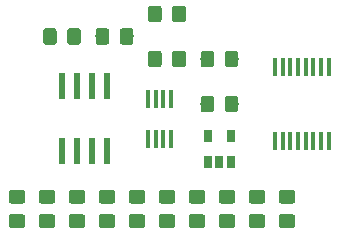
<source format=gtp>
G04 #@! TF.GenerationSoftware,KiCad,Pcbnew,(5.1.4)-1*
G04 #@! TF.CreationDate,2020-05-30T22:46:28-05:00*
G04 #@! TF.ProjectId,TrackballMod,54726163-6b62-4616-9c6c-4d6f642e6b69,rev?*
G04 #@! TF.SameCoordinates,Original*
G04 #@! TF.FileFunction,Paste,Top*
G04 #@! TF.FilePolarity,Positive*
%FSLAX46Y46*%
G04 Gerber Fmt 4.6, Leading zero omitted, Abs format (unit mm)*
G04 Created by KiCad (PCBNEW (5.1.4)-1) date 2020-05-30 22:46:28*
%MOMM*%
%LPD*%
G04 APERTURE LIST*
%ADD10C,0.100000*%
%ADD11C,1.150000*%
%ADD12R,0.350000X1.600000*%
%ADD13R,0.350000X1.550000*%
%ADD14R,0.650000X1.060000*%
%ADD15R,0.600000X2.200000*%
G04 APERTURE END LIST*
D10*
G36*
X102974505Y-56451204D02*
G01*
X102998773Y-56454804D01*
X103022572Y-56460765D01*
X103045671Y-56469030D01*
X103067850Y-56479520D01*
X103088893Y-56492132D01*
X103108599Y-56506747D01*
X103126777Y-56523223D01*
X103143253Y-56541401D01*
X103157868Y-56561107D01*
X103170480Y-56582150D01*
X103180970Y-56604329D01*
X103189235Y-56627428D01*
X103195196Y-56651227D01*
X103198796Y-56675495D01*
X103200000Y-56699999D01*
X103200000Y-57600001D01*
X103198796Y-57624505D01*
X103195196Y-57648773D01*
X103189235Y-57672572D01*
X103180970Y-57695671D01*
X103170480Y-57717850D01*
X103157868Y-57738893D01*
X103143253Y-57758599D01*
X103126777Y-57776777D01*
X103108599Y-57793253D01*
X103088893Y-57807868D01*
X103067850Y-57820480D01*
X103045671Y-57830970D01*
X103022572Y-57839235D01*
X102998773Y-57845196D01*
X102974505Y-57848796D01*
X102950001Y-57850000D01*
X102299999Y-57850000D01*
X102275495Y-57848796D01*
X102251227Y-57845196D01*
X102227428Y-57839235D01*
X102204329Y-57830970D01*
X102182150Y-57820480D01*
X102161107Y-57807868D01*
X102141401Y-57793253D01*
X102123223Y-57776777D01*
X102106747Y-57758599D01*
X102092132Y-57738893D01*
X102079520Y-57717850D01*
X102069030Y-57695671D01*
X102060765Y-57672572D01*
X102054804Y-57648773D01*
X102051204Y-57624505D01*
X102050000Y-57600001D01*
X102050000Y-56699999D01*
X102051204Y-56675495D01*
X102054804Y-56651227D01*
X102060765Y-56627428D01*
X102069030Y-56604329D01*
X102079520Y-56582150D01*
X102092132Y-56561107D01*
X102106747Y-56541401D01*
X102123223Y-56523223D01*
X102141401Y-56506747D01*
X102161107Y-56492132D01*
X102182150Y-56479520D01*
X102204329Y-56469030D01*
X102227428Y-56460765D01*
X102251227Y-56454804D01*
X102275495Y-56451204D01*
X102299999Y-56450000D01*
X102950001Y-56450000D01*
X102974505Y-56451204D01*
X102974505Y-56451204D01*
G37*
D11*
X102625000Y-57150000D03*
D10*
G36*
X100924505Y-56451204D02*
G01*
X100948773Y-56454804D01*
X100972572Y-56460765D01*
X100995671Y-56469030D01*
X101017850Y-56479520D01*
X101038893Y-56492132D01*
X101058599Y-56506747D01*
X101076777Y-56523223D01*
X101093253Y-56541401D01*
X101107868Y-56561107D01*
X101120480Y-56582150D01*
X101130970Y-56604329D01*
X101139235Y-56627428D01*
X101145196Y-56651227D01*
X101148796Y-56675495D01*
X101150000Y-56699999D01*
X101150000Y-57600001D01*
X101148796Y-57624505D01*
X101145196Y-57648773D01*
X101139235Y-57672572D01*
X101130970Y-57695671D01*
X101120480Y-57717850D01*
X101107868Y-57738893D01*
X101093253Y-57758599D01*
X101076777Y-57776777D01*
X101058599Y-57793253D01*
X101038893Y-57807868D01*
X101017850Y-57820480D01*
X100995671Y-57830970D01*
X100972572Y-57839235D01*
X100948773Y-57845196D01*
X100924505Y-57848796D01*
X100900001Y-57850000D01*
X100249999Y-57850000D01*
X100225495Y-57848796D01*
X100201227Y-57845196D01*
X100177428Y-57839235D01*
X100154329Y-57830970D01*
X100132150Y-57820480D01*
X100111107Y-57807868D01*
X100091401Y-57793253D01*
X100073223Y-57776777D01*
X100056747Y-57758599D01*
X100042132Y-57738893D01*
X100029520Y-57717850D01*
X100019030Y-57695671D01*
X100010765Y-57672572D01*
X100004804Y-57648773D01*
X100001204Y-57624505D01*
X100000000Y-57600001D01*
X100000000Y-56699999D01*
X100001204Y-56675495D01*
X100004804Y-56651227D01*
X100010765Y-56627428D01*
X100019030Y-56604329D01*
X100029520Y-56582150D01*
X100042132Y-56561107D01*
X100056747Y-56541401D01*
X100073223Y-56523223D01*
X100091401Y-56506747D01*
X100111107Y-56492132D01*
X100132150Y-56479520D01*
X100154329Y-56469030D01*
X100177428Y-56460765D01*
X100201227Y-56454804D01*
X100225495Y-56451204D01*
X100249999Y-56450000D01*
X100900001Y-56450000D01*
X100924505Y-56451204D01*
X100924505Y-56451204D01*
G37*
D11*
X100575000Y-57150000D03*
D10*
G36*
X100924505Y-52641204D02*
G01*
X100948773Y-52644804D01*
X100972572Y-52650765D01*
X100995671Y-52659030D01*
X101017850Y-52669520D01*
X101038893Y-52682132D01*
X101058599Y-52696747D01*
X101076777Y-52713223D01*
X101093253Y-52731401D01*
X101107868Y-52751107D01*
X101120480Y-52772150D01*
X101130970Y-52794329D01*
X101139235Y-52817428D01*
X101145196Y-52841227D01*
X101148796Y-52865495D01*
X101150000Y-52889999D01*
X101150000Y-53790001D01*
X101148796Y-53814505D01*
X101145196Y-53838773D01*
X101139235Y-53862572D01*
X101130970Y-53885671D01*
X101120480Y-53907850D01*
X101107868Y-53928893D01*
X101093253Y-53948599D01*
X101076777Y-53966777D01*
X101058599Y-53983253D01*
X101038893Y-53997868D01*
X101017850Y-54010480D01*
X100995671Y-54020970D01*
X100972572Y-54029235D01*
X100948773Y-54035196D01*
X100924505Y-54038796D01*
X100900001Y-54040000D01*
X100249999Y-54040000D01*
X100225495Y-54038796D01*
X100201227Y-54035196D01*
X100177428Y-54029235D01*
X100154329Y-54020970D01*
X100132150Y-54010480D01*
X100111107Y-53997868D01*
X100091401Y-53983253D01*
X100073223Y-53966777D01*
X100056747Y-53948599D01*
X100042132Y-53928893D01*
X100029520Y-53907850D01*
X100019030Y-53885671D01*
X100010765Y-53862572D01*
X100004804Y-53838773D01*
X100001204Y-53814505D01*
X100000000Y-53790001D01*
X100000000Y-52889999D01*
X100001204Y-52865495D01*
X100004804Y-52841227D01*
X100010765Y-52817428D01*
X100019030Y-52794329D01*
X100029520Y-52772150D01*
X100042132Y-52751107D01*
X100056747Y-52731401D01*
X100073223Y-52713223D01*
X100091401Y-52696747D01*
X100111107Y-52682132D01*
X100132150Y-52669520D01*
X100154329Y-52659030D01*
X100177428Y-52650765D01*
X100201227Y-52644804D01*
X100225495Y-52641204D01*
X100249999Y-52640000D01*
X100900001Y-52640000D01*
X100924505Y-52641204D01*
X100924505Y-52641204D01*
G37*
D11*
X100575000Y-53340000D03*
D10*
G36*
X102974505Y-52641204D02*
G01*
X102998773Y-52644804D01*
X103022572Y-52650765D01*
X103045671Y-52659030D01*
X103067850Y-52669520D01*
X103088893Y-52682132D01*
X103108599Y-52696747D01*
X103126777Y-52713223D01*
X103143253Y-52731401D01*
X103157868Y-52751107D01*
X103170480Y-52772150D01*
X103180970Y-52794329D01*
X103189235Y-52817428D01*
X103195196Y-52841227D01*
X103198796Y-52865495D01*
X103200000Y-52889999D01*
X103200000Y-53790001D01*
X103198796Y-53814505D01*
X103195196Y-53838773D01*
X103189235Y-53862572D01*
X103180970Y-53885671D01*
X103170480Y-53907850D01*
X103157868Y-53928893D01*
X103143253Y-53948599D01*
X103126777Y-53966777D01*
X103108599Y-53983253D01*
X103088893Y-53997868D01*
X103067850Y-54010480D01*
X103045671Y-54020970D01*
X103022572Y-54029235D01*
X102998773Y-54035196D01*
X102974505Y-54038796D01*
X102950001Y-54040000D01*
X102299999Y-54040000D01*
X102275495Y-54038796D01*
X102251227Y-54035196D01*
X102227428Y-54029235D01*
X102204329Y-54020970D01*
X102182150Y-54010480D01*
X102161107Y-53997868D01*
X102141401Y-53983253D01*
X102123223Y-53966777D01*
X102106747Y-53948599D01*
X102092132Y-53928893D01*
X102079520Y-53907850D01*
X102069030Y-53885671D01*
X102060765Y-53862572D01*
X102054804Y-53838773D01*
X102051204Y-53814505D01*
X102050000Y-53790001D01*
X102050000Y-52889999D01*
X102051204Y-52865495D01*
X102054804Y-52841227D01*
X102060765Y-52817428D01*
X102069030Y-52794329D01*
X102079520Y-52772150D01*
X102092132Y-52751107D01*
X102106747Y-52731401D01*
X102123223Y-52713223D01*
X102141401Y-52696747D01*
X102161107Y-52682132D01*
X102182150Y-52669520D01*
X102204329Y-52659030D01*
X102227428Y-52650765D01*
X102251227Y-52644804D01*
X102275495Y-52641204D01*
X102299999Y-52640000D01*
X102950001Y-52640000D01*
X102974505Y-52641204D01*
X102974505Y-52641204D01*
G37*
D11*
X102625000Y-53340000D03*
D10*
G36*
X112234505Y-70301204D02*
G01*
X112258773Y-70304804D01*
X112282572Y-70310765D01*
X112305671Y-70319030D01*
X112327850Y-70329520D01*
X112348893Y-70342132D01*
X112368599Y-70356747D01*
X112386777Y-70373223D01*
X112403253Y-70391401D01*
X112417868Y-70411107D01*
X112430480Y-70432150D01*
X112440970Y-70454329D01*
X112449235Y-70477428D01*
X112455196Y-70501227D01*
X112458796Y-70525495D01*
X112460000Y-70549999D01*
X112460000Y-71200001D01*
X112458796Y-71224505D01*
X112455196Y-71248773D01*
X112449235Y-71272572D01*
X112440970Y-71295671D01*
X112430480Y-71317850D01*
X112417868Y-71338893D01*
X112403253Y-71358599D01*
X112386777Y-71376777D01*
X112368599Y-71393253D01*
X112348893Y-71407868D01*
X112327850Y-71420480D01*
X112305671Y-71430970D01*
X112282572Y-71439235D01*
X112258773Y-71445196D01*
X112234505Y-71448796D01*
X112210001Y-71450000D01*
X111309999Y-71450000D01*
X111285495Y-71448796D01*
X111261227Y-71445196D01*
X111237428Y-71439235D01*
X111214329Y-71430970D01*
X111192150Y-71420480D01*
X111171107Y-71407868D01*
X111151401Y-71393253D01*
X111133223Y-71376777D01*
X111116747Y-71358599D01*
X111102132Y-71338893D01*
X111089520Y-71317850D01*
X111079030Y-71295671D01*
X111070765Y-71272572D01*
X111064804Y-71248773D01*
X111061204Y-71224505D01*
X111060000Y-71200001D01*
X111060000Y-70549999D01*
X111061204Y-70525495D01*
X111064804Y-70501227D01*
X111070765Y-70477428D01*
X111079030Y-70454329D01*
X111089520Y-70432150D01*
X111102132Y-70411107D01*
X111116747Y-70391401D01*
X111133223Y-70373223D01*
X111151401Y-70356747D01*
X111171107Y-70342132D01*
X111192150Y-70329520D01*
X111214329Y-70319030D01*
X111237428Y-70310765D01*
X111261227Y-70304804D01*
X111285495Y-70301204D01*
X111309999Y-70300000D01*
X112210001Y-70300000D01*
X112234505Y-70301204D01*
X112234505Y-70301204D01*
G37*
D11*
X111760000Y-70875000D03*
D10*
G36*
X112234505Y-68251204D02*
G01*
X112258773Y-68254804D01*
X112282572Y-68260765D01*
X112305671Y-68269030D01*
X112327850Y-68279520D01*
X112348893Y-68292132D01*
X112368599Y-68306747D01*
X112386777Y-68323223D01*
X112403253Y-68341401D01*
X112417868Y-68361107D01*
X112430480Y-68382150D01*
X112440970Y-68404329D01*
X112449235Y-68427428D01*
X112455196Y-68451227D01*
X112458796Y-68475495D01*
X112460000Y-68499999D01*
X112460000Y-69150001D01*
X112458796Y-69174505D01*
X112455196Y-69198773D01*
X112449235Y-69222572D01*
X112440970Y-69245671D01*
X112430480Y-69267850D01*
X112417868Y-69288893D01*
X112403253Y-69308599D01*
X112386777Y-69326777D01*
X112368599Y-69343253D01*
X112348893Y-69357868D01*
X112327850Y-69370480D01*
X112305671Y-69380970D01*
X112282572Y-69389235D01*
X112258773Y-69395196D01*
X112234505Y-69398796D01*
X112210001Y-69400000D01*
X111309999Y-69400000D01*
X111285495Y-69398796D01*
X111261227Y-69395196D01*
X111237428Y-69389235D01*
X111214329Y-69380970D01*
X111192150Y-69370480D01*
X111171107Y-69357868D01*
X111151401Y-69343253D01*
X111133223Y-69326777D01*
X111116747Y-69308599D01*
X111102132Y-69288893D01*
X111089520Y-69267850D01*
X111079030Y-69245671D01*
X111070765Y-69222572D01*
X111064804Y-69198773D01*
X111061204Y-69174505D01*
X111060000Y-69150001D01*
X111060000Y-68499999D01*
X111061204Y-68475495D01*
X111064804Y-68451227D01*
X111070765Y-68427428D01*
X111079030Y-68404329D01*
X111089520Y-68382150D01*
X111102132Y-68361107D01*
X111116747Y-68341401D01*
X111133223Y-68323223D01*
X111151401Y-68306747D01*
X111171107Y-68292132D01*
X111192150Y-68279520D01*
X111214329Y-68269030D01*
X111237428Y-68260765D01*
X111261227Y-68254804D01*
X111285495Y-68251204D01*
X111309999Y-68250000D01*
X112210001Y-68250000D01*
X112234505Y-68251204D01*
X112234505Y-68251204D01*
G37*
D11*
X111760000Y-68825000D03*
D10*
G36*
X107154505Y-68251204D02*
G01*
X107178773Y-68254804D01*
X107202572Y-68260765D01*
X107225671Y-68269030D01*
X107247850Y-68279520D01*
X107268893Y-68292132D01*
X107288599Y-68306747D01*
X107306777Y-68323223D01*
X107323253Y-68341401D01*
X107337868Y-68361107D01*
X107350480Y-68382150D01*
X107360970Y-68404329D01*
X107369235Y-68427428D01*
X107375196Y-68451227D01*
X107378796Y-68475495D01*
X107380000Y-68499999D01*
X107380000Y-69150001D01*
X107378796Y-69174505D01*
X107375196Y-69198773D01*
X107369235Y-69222572D01*
X107360970Y-69245671D01*
X107350480Y-69267850D01*
X107337868Y-69288893D01*
X107323253Y-69308599D01*
X107306777Y-69326777D01*
X107288599Y-69343253D01*
X107268893Y-69357868D01*
X107247850Y-69370480D01*
X107225671Y-69380970D01*
X107202572Y-69389235D01*
X107178773Y-69395196D01*
X107154505Y-69398796D01*
X107130001Y-69400000D01*
X106229999Y-69400000D01*
X106205495Y-69398796D01*
X106181227Y-69395196D01*
X106157428Y-69389235D01*
X106134329Y-69380970D01*
X106112150Y-69370480D01*
X106091107Y-69357868D01*
X106071401Y-69343253D01*
X106053223Y-69326777D01*
X106036747Y-69308599D01*
X106022132Y-69288893D01*
X106009520Y-69267850D01*
X105999030Y-69245671D01*
X105990765Y-69222572D01*
X105984804Y-69198773D01*
X105981204Y-69174505D01*
X105980000Y-69150001D01*
X105980000Y-68499999D01*
X105981204Y-68475495D01*
X105984804Y-68451227D01*
X105990765Y-68427428D01*
X105999030Y-68404329D01*
X106009520Y-68382150D01*
X106022132Y-68361107D01*
X106036747Y-68341401D01*
X106053223Y-68323223D01*
X106071401Y-68306747D01*
X106091107Y-68292132D01*
X106112150Y-68279520D01*
X106134329Y-68269030D01*
X106157428Y-68260765D01*
X106181227Y-68254804D01*
X106205495Y-68251204D01*
X106229999Y-68250000D01*
X107130001Y-68250000D01*
X107154505Y-68251204D01*
X107154505Y-68251204D01*
G37*
D11*
X106680000Y-68825000D03*
D10*
G36*
X107154505Y-70301204D02*
G01*
X107178773Y-70304804D01*
X107202572Y-70310765D01*
X107225671Y-70319030D01*
X107247850Y-70329520D01*
X107268893Y-70342132D01*
X107288599Y-70356747D01*
X107306777Y-70373223D01*
X107323253Y-70391401D01*
X107337868Y-70411107D01*
X107350480Y-70432150D01*
X107360970Y-70454329D01*
X107369235Y-70477428D01*
X107375196Y-70501227D01*
X107378796Y-70525495D01*
X107380000Y-70549999D01*
X107380000Y-71200001D01*
X107378796Y-71224505D01*
X107375196Y-71248773D01*
X107369235Y-71272572D01*
X107360970Y-71295671D01*
X107350480Y-71317850D01*
X107337868Y-71338893D01*
X107323253Y-71358599D01*
X107306777Y-71376777D01*
X107288599Y-71393253D01*
X107268893Y-71407868D01*
X107247850Y-71420480D01*
X107225671Y-71430970D01*
X107202572Y-71439235D01*
X107178773Y-71445196D01*
X107154505Y-71448796D01*
X107130001Y-71450000D01*
X106229999Y-71450000D01*
X106205495Y-71448796D01*
X106181227Y-71445196D01*
X106157428Y-71439235D01*
X106134329Y-71430970D01*
X106112150Y-71420480D01*
X106091107Y-71407868D01*
X106071401Y-71393253D01*
X106053223Y-71376777D01*
X106036747Y-71358599D01*
X106022132Y-71338893D01*
X106009520Y-71317850D01*
X105999030Y-71295671D01*
X105990765Y-71272572D01*
X105984804Y-71248773D01*
X105981204Y-71224505D01*
X105980000Y-71200001D01*
X105980000Y-70549999D01*
X105981204Y-70525495D01*
X105984804Y-70501227D01*
X105990765Y-70477428D01*
X105999030Y-70454329D01*
X106009520Y-70432150D01*
X106022132Y-70411107D01*
X106036747Y-70391401D01*
X106053223Y-70373223D01*
X106071401Y-70356747D01*
X106091107Y-70342132D01*
X106112150Y-70329520D01*
X106134329Y-70319030D01*
X106157428Y-70310765D01*
X106181227Y-70304804D01*
X106205495Y-70301204D01*
X106229999Y-70300000D01*
X107130001Y-70300000D01*
X107154505Y-70301204D01*
X107154505Y-70301204D01*
G37*
D11*
X106680000Y-70875000D03*
D12*
X115305000Y-64060000D03*
X115305000Y-57860000D03*
X114655000Y-64060000D03*
X114655000Y-57860000D03*
X114005000Y-64060000D03*
X114005000Y-57860000D03*
X113355000Y-64060000D03*
X113355000Y-57860000D03*
X112705000Y-64060000D03*
X112705000Y-57860000D03*
X112055000Y-64060000D03*
X112055000Y-57860000D03*
X111405000Y-64060000D03*
X111405000Y-57860000D03*
X110755000Y-64060000D03*
X110755000Y-57860000D03*
D13*
X99990000Y-60530000D03*
X99990000Y-63930000D03*
X100640000Y-60530000D03*
X100640000Y-63930000D03*
X101290000Y-60530000D03*
X101290000Y-63930000D03*
X101940000Y-60530000D03*
X101940000Y-63930000D03*
D14*
X105095000Y-63670000D03*
X106995000Y-63670000D03*
X106995000Y-65870000D03*
X106045000Y-65870000D03*
X105095000Y-65870000D03*
D15*
X92710000Y-59480000D03*
X92710000Y-64980000D03*
X93980000Y-59480000D03*
X93980000Y-64980000D03*
X95250000Y-59480000D03*
X95250000Y-64980000D03*
X96520000Y-59480000D03*
X96520000Y-64980000D03*
D10*
G36*
X96994505Y-68251204D02*
G01*
X97018773Y-68254804D01*
X97042572Y-68260765D01*
X97065671Y-68269030D01*
X97087850Y-68279520D01*
X97108893Y-68292132D01*
X97128599Y-68306747D01*
X97146777Y-68323223D01*
X97163253Y-68341401D01*
X97177868Y-68361107D01*
X97190480Y-68382150D01*
X97200970Y-68404329D01*
X97209235Y-68427428D01*
X97215196Y-68451227D01*
X97218796Y-68475495D01*
X97220000Y-68499999D01*
X97220000Y-69150001D01*
X97218796Y-69174505D01*
X97215196Y-69198773D01*
X97209235Y-69222572D01*
X97200970Y-69245671D01*
X97190480Y-69267850D01*
X97177868Y-69288893D01*
X97163253Y-69308599D01*
X97146777Y-69326777D01*
X97128599Y-69343253D01*
X97108893Y-69357868D01*
X97087850Y-69370480D01*
X97065671Y-69380970D01*
X97042572Y-69389235D01*
X97018773Y-69395196D01*
X96994505Y-69398796D01*
X96970001Y-69400000D01*
X96069999Y-69400000D01*
X96045495Y-69398796D01*
X96021227Y-69395196D01*
X95997428Y-69389235D01*
X95974329Y-69380970D01*
X95952150Y-69370480D01*
X95931107Y-69357868D01*
X95911401Y-69343253D01*
X95893223Y-69326777D01*
X95876747Y-69308599D01*
X95862132Y-69288893D01*
X95849520Y-69267850D01*
X95839030Y-69245671D01*
X95830765Y-69222572D01*
X95824804Y-69198773D01*
X95821204Y-69174505D01*
X95820000Y-69150001D01*
X95820000Y-68499999D01*
X95821204Y-68475495D01*
X95824804Y-68451227D01*
X95830765Y-68427428D01*
X95839030Y-68404329D01*
X95849520Y-68382150D01*
X95862132Y-68361107D01*
X95876747Y-68341401D01*
X95893223Y-68323223D01*
X95911401Y-68306747D01*
X95931107Y-68292132D01*
X95952150Y-68279520D01*
X95974329Y-68269030D01*
X95997428Y-68260765D01*
X96021227Y-68254804D01*
X96045495Y-68251204D01*
X96069999Y-68250000D01*
X96970001Y-68250000D01*
X96994505Y-68251204D01*
X96994505Y-68251204D01*
G37*
D11*
X96520000Y-68825000D03*
D10*
G36*
X96994505Y-70301204D02*
G01*
X97018773Y-70304804D01*
X97042572Y-70310765D01*
X97065671Y-70319030D01*
X97087850Y-70329520D01*
X97108893Y-70342132D01*
X97128599Y-70356747D01*
X97146777Y-70373223D01*
X97163253Y-70391401D01*
X97177868Y-70411107D01*
X97190480Y-70432150D01*
X97200970Y-70454329D01*
X97209235Y-70477428D01*
X97215196Y-70501227D01*
X97218796Y-70525495D01*
X97220000Y-70549999D01*
X97220000Y-71200001D01*
X97218796Y-71224505D01*
X97215196Y-71248773D01*
X97209235Y-71272572D01*
X97200970Y-71295671D01*
X97190480Y-71317850D01*
X97177868Y-71338893D01*
X97163253Y-71358599D01*
X97146777Y-71376777D01*
X97128599Y-71393253D01*
X97108893Y-71407868D01*
X97087850Y-71420480D01*
X97065671Y-71430970D01*
X97042572Y-71439235D01*
X97018773Y-71445196D01*
X96994505Y-71448796D01*
X96970001Y-71450000D01*
X96069999Y-71450000D01*
X96045495Y-71448796D01*
X96021227Y-71445196D01*
X95997428Y-71439235D01*
X95974329Y-71430970D01*
X95952150Y-71420480D01*
X95931107Y-71407868D01*
X95911401Y-71393253D01*
X95893223Y-71376777D01*
X95876747Y-71358599D01*
X95862132Y-71338893D01*
X95849520Y-71317850D01*
X95839030Y-71295671D01*
X95830765Y-71272572D01*
X95824804Y-71248773D01*
X95821204Y-71224505D01*
X95820000Y-71200001D01*
X95820000Y-70549999D01*
X95821204Y-70525495D01*
X95824804Y-70501227D01*
X95830765Y-70477428D01*
X95839030Y-70454329D01*
X95849520Y-70432150D01*
X95862132Y-70411107D01*
X95876747Y-70391401D01*
X95893223Y-70373223D01*
X95911401Y-70356747D01*
X95931107Y-70342132D01*
X95952150Y-70329520D01*
X95974329Y-70319030D01*
X95997428Y-70310765D01*
X96021227Y-70304804D01*
X96045495Y-70301204D01*
X96069999Y-70300000D01*
X96970001Y-70300000D01*
X96994505Y-70301204D01*
X96994505Y-70301204D01*
G37*
D11*
X96520000Y-70875000D03*
D10*
G36*
X89374505Y-68251204D02*
G01*
X89398773Y-68254804D01*
X89422572Y-68260765D01*
X89445671Y-68269030D01*
X89467850Y-68279520D01*
X89488893Y-68292132D01*
X89508599Y-68306747D01*
X89526777Y-68323223D01*
X89543253Y-68341401D01*
X89557868Y-68361107D01*
X89570480Y-68382150D01*
X89580970Y-68404329D01*
X89589235Y-68427428D01*
X89595196Y-68451227D01*
X89598796Y-68475495D01*
X89600000Y-68499999D01*
X89600000Y-69150001D01*
X89598796Y-69174505D01*
X89595196Y-69198773D01*
X89589235Y-69222572D01*
X89580970Y-69245671D01*
X89570480Y-69267850D01*
X89557868Y-69288893D01*
X89543253Y-69308599D01*
X89526777Y-69326777D01*
X89508599Y-69343253D01*
X89488893Y-69357868D01*
X89467850Y-69370480D01*
X89445671Y-69380970D01*
X89422572Y-69389235D01*
X89398773Y-69395196D01*
X89374505Y-69398796D01*
X89350001Y-69400000D01*
X88449999Y-69400000D01*
X88425495Y-69398796D01*
X88401227Y-69395196D01*
X88377428Y-69389235D01*
X88354329Y-69380970D01*
X88332150Y-69370480D01*
X88311107Y-69357868D01*
X88291401Y-69343253D01*
X88273223Y-69326777D01*
X88256747Y-69308599D01*
X88242132Y-69288893D01*
X88229520Y-69267850D01*
X88219030Y-69245671D01*
X88210765Y-69222572D01*
X88204804Y-69198773D01*
X88201204Y-69174505D01*
X88200000Y-69150001D01*
X88200000Y-68499999D01*
X88201204Y-68475495D01*
X88204804Y-68451227D01*
X88210765Y-68427428D01*
X88219030Y-68404329D01*
X88229520Y-68382150D01*
X88242132Y-68361107D01*
X88256747Y-68341401D01*
X88273223Y-68323223D01*
X88291401Y-68306747D01*
X88311107Y-68292132D01*
X88332150Y-68279520D01*
X88354329Y-68269030D01*
X88377428Y-68260765D01*
X88401227Y-68254804D01*
X88425495Y-68251204D01*
X88449999Y-68250000D01*
X89350001Y-68250000D01*
X89374505Y-68251204D01*
X89374505Y-68251204D01*
G37*
D11*
X88900000Y-68825000D03*
D10*
G36*
X89374505Y-70301204D02*
G01*
X89398773Y-70304804D01*
X89422572Y-70310765D01*
X89445671Y-70319030D01*
X89467850Y-70329520D01*
X89488893Y-70342132D01*
X89508599Y-70356747D01*
X89526777Y-70373223D01*
X89543253Y-70391401D01*
X89557868Y-70411107D01*
X89570480Y-70432150D01*
X89580970Y-70454329D01*
X89589235Y-70477428D01*
X89595196Y-70501227D01*
X89598796Y-70525495D01*
X89600000Y-70549999D01*
X89600000Y-71200001D01*
X89598796Y-71224505D01*
X89595196Y-71248773D01*
X89589235Y-71272572D01*
X89580970Y-71295671D01*
X89570480Y-71317850D01*
X89557868Y-71338893D01*
X89543253Y-71358599D01*
X89526777Y-71376777D01*
X89508599Y-71393253D01*
X89488893Y-71407868D01*
X89467850Y-71420480D01*
X89445671Y-71430970D01*
X89422572Y-71439235D01*
X89398773Y-71445196D01*
X89374505Y-71448796D01*
X89350001Y-71450000D01*
X88449999Y-71450000D01*
X88425495Y-71448796D01*
X88401227Y-71445196D01*
X88377428Y-71439235D01*
X88354329Y-71430970D01*
X88332150Y-71420480D01*
X88311107Y-71407868D01*
X88291401Y-71393253D01*
X88273223Y-71376777D01*
X88256747Y-71358599D01*
X88242132Y-71338893D01*
X88229520Y-71317850D01*
X88219030Y-71295671D01*
X88210765Y-71272572D01*
X88204804Y-71248773D01*
X88201204Y-71224505D01*
X88200000Y-71200001D01*
X88200000Y-70549999D01*
X88201204Y-70525495D01*
X88204804Y-70501227D01*
X88210765Y-70477428D01*
X88219030Y-70454329D01*
X88229520Y-70432150D01*
X88242132Y-70411107D01*
X88256747Y-70391401D01*
X88273223Y-70373223D01*
X88291401Y-70356747D01*
X88311107Y-70342132D01*
X88332150Y-70329520D01*
X88354329Y-70319030D01*
X88377428Y-70310765D01*
X88401227Y-70304804D01*
X88425495Y-70301204D01*
X88449999Y-70300000D01*
X89350001Y-70300000D01*
X89374505Y-70301204D01*
X89374505Y-70301204D01*
G37*
D11*
X88900000Y-70875000D03*
D10*
G36*
X102074505Y-68251204D02*
G01*
X102098773Y-68254804D01*
X102122572Y-68260765D01*
X102145671Y-68269030D01*
X102167850Y-68279520D01*
X102188893Y-68292132D01*
X102208599Y-68306747D01*
X102226777Y-68323223D01*
X102243253Y-68341401D01*
X102257868Y-68361107D01*
X102270480Y-68382150D01*
X102280970Y-68404329D01*
X102289235Y-68427428D01*
X102295196Y-68451227D01*
X102298796Y-68475495D01*
X102300000Y-68499999D01*
X102300000Y-69150001D01*
X102298796Y-69174505D01*
X102295196Y-69198773D01*
X102289235Y-69222572D01*
X102280970Y-69245671D01*
X102270480Y-69267850D01*
X102257868Y-69288893D01*
X102243253Y-69308599D01*
X102226777Y-69326777D01*
X102208599Y-69343253D01*
X102188893Y-69357868D01*
X102167850Y-69370480D01*
X102145671Y-69380970D01*
X102122572Y-69389235D01*
X102098773Y-69395196D01*
X102074505Y-69398796D01*
X102050001Y-69400000D01*
X101149999Y-69400000D01*
X101125495Y-69398796D01*
X101101227Y-69395196D01*
X101077428Y-69389235D01*
X101054329Y-69380970D01*
X101032150Y-69370480D01*
X101011107Y-69357868D01*
X100991401Y-69343253D01*
X100973223Y-69326777D01*
X100956747Y-69308599D01*
X100942132Y-69288893D01*
X100929520Y-69267850D01*
X100919030Y-69245671D01*
X100910765Y-69222572D01*
X100904804Y-69198773D01*
X100901204Y-69174505D01*
X100900000Y-69150001D01*
X100900000Y-68499999D01*
X100901204Y-68475495D01*
X100904804Y-68451227D01*
X100910765Y-68427428D01*
X100919030Y-68404329D01*
X100929520Y-68382150D01*
X100942132Y-68361107D01*
X100956747Y-68341401D01*
X100973223Y-68323223D01*
X100991401Y-68306747D01*
X101011107Y-68292132D01*
X101032150Y-68279520D01*
X101054329Y-68269030D01*
X101077428Y-68260765D01*
X101101227Y-68254804D01*
X101125495Y-68251204D01*
X101149999Y-68250000D01*
X102050001Y-68250000D01*
X102074505Y-68251204D01*
X102074505Y-68251204D01*
G37*
D11*
X101600000Y-68825000D03*
D10*
G36*
X102074505Y-70301204D02*
G01*
X102098773Y-70304804D01*
X102122572Y-70310765D01*
X102145671Y-70319030D01*
X102167850Y-70329520D01*
X102188893Y-70342132D01*
X102208599Y-70356747D01*
X102226777Y-70373223D01*
X102243253Y-70391401D01*
X102257868Y-70411107D01*
X102270480Y-70432150D01*
X102280970Y-70454329D01*
X102289235Y-70477428D01*
X102295196Y-70501227D01*
X102298796Y-70525495D01*
X102300000Y-70549999D01*
X102300000Y-71200001D01*
X102298796Y-71224505D01*
X102295196Y-71248773D01*
X102289235Y-71272572D01*
X102280970Y-71295671D01*
X102270480Y-71317850D01*
X102257868Y-71338893D01*
X102243253Y-71358599D01*
X102226777Y-71376777D01*
X102208599Y-71393253D01*
X102188893Y-71407868D01*
X102167850Y-71420480D01*
X102145671Y-71430970D01*
X102122572Y-71439235D01*
X102098773Y-71445196D01*
X102074505Y-71448796D01*
X102050001Y-71450000D01*
X101149999Y-71450000D01*
X101125495Y-71448796D01*
X101101227Y-71445196D01*
X101077428Y-71439235D01*
X101054329Y-71430970D01*
X101032150Y-71420480D01*
X101011107Y-71407868D01*
X100991401Y-71393253D01*
X100973223Y-71376777D01*
X100956747Y-71358599D01*
X100942132Y-71338893D01*
X100929520Y-71317850D01*
X100919030Y-71295671D01*
X100910765Y-71272572D01*
X100904804Y-71248773D01*
X100901204Y-71224505D01*
X100900000Y-71200001D01*
X100900000Y-70549999D01*
X100901204Y-70525495D01*
X100904804Y-70501227D01*
X100910765Y-70477428D01*
X100919030Y-70454329D01*
X100929520Y-70432150D01*
X100942132Y-70411107D01*
X100956747Y-70391401D01*
X100973223Y-70373223D01*
X100991401Y-70356747D01*
X101011107Y-70342132D01*
X101032150Y-70329520D01*
X101054329Y-70319030D01*
X101077428Y-70310765D01*
X101101227Y-70304804D01*
X101125495Y-70301204D01*
X101149999Y-70300000D01*
X102050001Y-70300000D01*
X102074505Y-70301204D01*
X102074505Y-70301204D01*
G37*
D11*
X101600000Y-70875000D03*
D10*
G36*
X91914505Y-68251204D02*
G01*
X91938773Y-68254804D01*
X91962572Y-68260765D01*
X91985671Y-68269030D01*
X92007850Y-68279520D01*
X92028893Y-68292132D01*
X92048599Y-68306747D01*
X92066777Y-68323223D01*
X92083253Y-68341401D01*
X92097868Y-68361107D01*
X92110480Y-68382150D01*
X92120970Y-68404329D01*
X92129235Y-68427428D01*
X92135196Y-68451227D01*
X92138796Y-68475495D01*
X92140000Y-68499999D01*
X92140000Y-69150001D01*
X92138796Y-69174505D01*
X92135196Y-69198773D01*
X92129235Y-69222572D01*
X92120970Y-69245671D01*
X92110480Y-69267850D01*
X92097868Y-69288893D01*
X92083253Y-69308599D01*
X92066777Y-69326777D01*
X92048599Y-69343253D01*
X92028893Y-69357868D01*
X92007850Y-69370480D01*
X91985671Y-69380970D01*
X91962572Y-69389235D01*
X91938773Y-69395196D01*
X91914505Y-69398796D01*
X91890001Y-69400000D01*
X90989999Y-69400000D01*
X90965495Y-69398796D01*
X90941227Y-69395196D01*
X90917428Y-69389235D01*
X90894329Y-69380970D01*
X90872150Y-69370480D01*
X90851107Y-69357868D01*
X90831401Y-69343253D01*
X90813223Y-69326777D01*
X90796747Y-69308599D01*
X90782132Y-69288893D01*
X90769520Y-69267850D01*
X90759030Y-69245671D01*
X90750765Y-69222572D01*
X90744804Y-69198773D01*
X90741204Y-69174505D01*
X90740000Y-69150001D01*
X90740000Y-68499999D01*
X90741204Y-68475495D01*
X90744804Y-68451227D01*
X90750765Y-68427428D01*
X90759030Y-68404329D01*
X90769520Y-68382150D01*
X90782132Y-68361107D01*
X90796747Y-68341401D01*
X90813223Y-68323223D01*
X90831401Y-68306747D01*
X90851107Y-68292132D01*
X90872150Y-68279520D01*
X90894329Y-68269030D01*
X90917428Y-68260765D01*
X90941227Y-68254804D01*
X90965495Y-68251204D01*
X90989999Y-68250000D01*
X91890001Y-68250000D01*
X91914505Y-68251204D01*
X91914505Y-68251204D01*
G37*
D11*
X91440000Y-68825000D03*
D10*
G36*
X91914505Y-70301204D02*
G01*
X91938773Y-70304804D01*
X91962572Y-70310765D01*
X91985671Y-70319030D01*
X92007850Y-70329520D01*
X92028893Y-70342132D01*
X92048599Y-70356747D01*
X92066777Y-70373223D01*
X92083253Y-70391401D01*
X92097868Y-70411107D01*
X92110480Y-70432150D01*
X92120970Y-70454329D01*
X92129235Y-70477428D01*
X92135196Y-70501227D01*
X92138796Y-70525495D01*
X92140000Y-70549999D01*
X92140000Y-71200001D01*
X92138796Y-71224505D01*
X92135196Y-71248773D01*
X92129235Y-71272572D01*
X92120970Y-71295671D01*
X92110480Y-71317850D01*
X92097868Y-71338893D01*
X92083253Y-71358599D01*
X92066777Y-71376777D01*
X92048599Y-71393253D01*
X92028893Y-71407868D01*
X92007850Y-71420480D01*
X91985671Y-71430970D01*
X91962572Y-71439235D01*
X91938773Y-71445196D01*
X91914505Y-71448796D01*
X91890001Y-71450000D01*
X90989999Y-71450000D01*
X90965495Y-71448796D01*
X90941227Y-71445196D01*
X90917428Y-71439235D01*
X90894329Y-71430970D01*
X90872150Y-71420480D01*
X90851107Y-71407868D01*
X90831401Y-71393253D01*
X90813223Y-71376777D01*
X90796747Y-71358599D01*
X90782132Y-71338893D01*
X90769520Y-71317850D01*
X90759030Y-71295671D01*
X90750765Y-71272572D01*
X90744804Y-71248773D01*
X90741204Y-71224505D01*
X90740000Y-71200001D01*
X90740000Y-70549999D01*
X90741204Y-70525495D01*
X90744804Y-70501227D01*
X90750765Y-70477428D01*
X90759030Y-70454329D01*
X90769520Y-70432150D01*
X90782132Y-70411107D01*
X90796747Y-70391401D01*
X90813223Y-70373223D01*
X90831401Y-70356747D01*
X90851107Y-70342132D01*
X90872150Y-70329520D01*
X90894329Y-70319030D01*
X90917428Y-70310765D01*
X90941227Y-70304804D01*
X90965495Y-70301204D01*
X90989999Y-70300000D01*
X91890001Y-70300000D01*
X91914505Y-70301204D01*
X91914505Y-70301204D01*
G37*
D11*
X91440000Y-70875000D03*
D10*
G36*
X94084505Y-54546204D02*
G01*
X94108773Y-54549804D01*
X94132572Y-54555765D01*
X94155671Y-54564030D01*
X94177850Y-54574520D01*
X94198893Y-54587132D01*
X94218599Y-54601747D01*
X94236777Y-54618223D01*
X94253253Y-54636401D01*
X94267868Y-54656107D01*
X94280480Y-54677150D01*
X94290970Y-54699329D01*
X94299235Y-54722428D01*
X94305196Y-54746227D01*
X94308796Y-54770495D01*
X94310000Y-54794999D01*
X94310000Y-55695001D01*
X94308796Y-55719505D01*
X94305196Y-55743773D01*
X94299235Y-55767572D01*
X94290970Y-55790671D01*
X94280480Y-55812850D01*
X94267868Y-55833893D01*
X94253253Y-55853599D01*
X94236777Y-55871777D01*
X94218599Y-55888253D01*
X94198893Y-55902868D01*
X94177850Y-55915480D01*
X94155671Y-55925970D01*
X94132572Y-55934235D01*
X94108773Y-55940196D01*
X94084505Y-55943796D01*
X94060001Y-55945000D01*
X93409999Y-55945000D01*
X93385495Y-55943796D01*
X93361227Y-55940196D01*
X93337428Y-55934235D01*
X93314329Y-55925970D01*
X93292150Y-55915480D01*
X93271107Y-55902868D01*
X93251401Y-55888253D01*
X93233223Y-55871777D01*
X93216747Y-55853599D01*
X93202132Y-55833893D01*
X93189520Y-55812850D01*
X93179030Y-55790671D01*
X93170765Y-55767572D01*
X93164804Y-55743773D01*
X93161204Y-55719505D01*
X93160000Y-55695001D01*
X93160000Y-54794999D01*
X93161204Y-54770495D01*
X93164804Y-54746227D01*
X93170765Y-54722428D01*
X93179030Y-54699329D01*
X93189520Y-54677150D01*
X93202132Y-54656107D01*
X93216747Y-54636401D01*
X93233223Y-54618223D01*
X93251401Y-54601747D01*
X93271107Y-54587132D01*
X93292150Y-54574520D01*
X93314329Y-54564030D01*
X93337428Y-54555765D01*
X93361227Y-54549804D01*
X93385495Y-54546204D01*
X93409999Y-54545000D01*
X94060001Y-54545000D01*
X94084505Y-54546204D01*
X94084505Y-54546204D01*
G37*
D11*
X93735000Y-55245000D03*
D10*
G36*
X92034505Y-54546204D02*
G01*
X92058773Y-54549804D01*
X92082572Y-54555765D01*
X92105671Y-54564030D01*
X92127850Y-54574520D01*
X92148893Y-54587132D01*
X92168599Y-54601747D01*
X92186777Y-54618223D01*
X92203253Y-54636401D01*
X92217868Y-54656107D01*
X92230480Y-54677150D01*
X92240970Y-54699329D01*
X92249235Y-54722428D01*
X92255196Y-54746227D01*
X92258796Y-54770495D01*
X92260000Y-54794999D01*
X92260000Y-55695001D01*
X92258796Y-55719505D01*
X92255196Y-55743773D01*
X92249235Y-55767572D01*
X92240970Y-55790671D01*
X92230480Y-55812850D01*
X92217868Y-55833893D01*
X92203253Y-55853599D01*
X92186777Y-55871777D01*
X92168599Y-55888253D01*
X92148893Y-55902868D01*
X92127850Y-55915480D01*
X92105671Y-55925970D01*
X92082572Y-55934235D01*
X92058773Y-55940196D01*
X92034505Y-55943796D01*
X92010001Y-55945000D01*
X91359999Y-55945000D01*
X91335495Y-55943796D01*
X91311227Y-55940196D01*
X91287428Y-55934235D01*
X91264329Y-55925970D01*
X91242150Y-55915480D01*
X91221107Y-55902868D01*
X91201401Y-55888253D01*
X91183223Y-55871777D01*
X91166747Y-55853599D01*
X91152132Y-55833893D01*
X91139520Y-55812850D01*
X91129030Y-55790671D01*
X91120765Y-55767572D01*
X91114804Y-55743773D01*
X91111204Y-55719505D01*
X91110000Y-55695001D01*
X91110000Y-54794999D01*
X91111204Y-54770495D01*
X91114804Y-54746227D01*
X91120765Y-54722428D01*
X91129030Y-54699329D01*
X91139520Y-54677150D01*
X91152132Y-54656107D01*
X91166747Y-54636401D01*
X91183223Y-54618223D01*
X91201401Y-54601747D01*
X91221107Y-54587132D01*
X91242150Y-54574520D01*
X91264329Y-54564030D01*
X91287428Y-54555765D01*
X91311227Y-54549804D01*
X91335495Y-54546204D01*
X91359999Y-54545000D01*
X92010001Y-54545000D01*
X92034505Y-54546204D01*
X92034505Y-54546204D01*
G37*
D11*
X91685000Y-55245000D03*
D10*
G36*
X99534505Y-68251204D02*
G01*
X99558773Y-68254804D01*
X99582572Y-68260765D01*
X99605671Y-68269030D01*
X99627850Y-68279520D01*
X99648893Y-68292132D01*
X99668599Y-68306747D01*
X99686777Y-68323223D01*
X99703253Y-68341401D01*
X99717868Y-68361107D01*
X99730480Y-68382150D01*
X99740970Y-68404329D01*
X99749235Y-68427428D01*
X99755196Y-68451227D01*
X99758796Y-68475495D01*
X99760000Y-68499999D01*
X99760000Y-69150001D01*
X99758796Y-69174505D01*
X99755196Y-69198773D01*
X99749235Y-69222572D01*
X99740970Y-69245671D01*
X99730480Y-69267850D01*
X99717868Y-69288893D01*
X99703253Y-69308599D01*
X99686777Y-69326777D01*
X99668599Y-69343253D01*
X99648893Y-69357868D01*
X99627850Y-69370480D01*
X99605671Y-69380970D01*
X99582572Y-69389235D01*
X99558773Y-69395196D01*
X99534505Y-69398796D01*
X99510001Y-69400000D01*
X98609999Y-69400000D01*
X98585495Y-69398796D01*
X98561227Y-69395196D01*
X98537428Y-69389235D01*
X98514329Y-69380970D01*
X98492150Y-69370480D01*
X98471107Y-69357868D01*
X98451401Y-69343253D01*
X98433223Y-69326777D01*
X98416747Y-69308599D01*
X98402132Y-69288893D01*
X98389520Y-69267850D01*
X98379030Y-69245671D01*
X98370765Y-69222572D01*
X98364804Y-69198773D01*
X98361204Y-69174505D01*
X98360000Y-69150001D01*
X98360000Y-68499999D01*
X98361204Y-68475495D01*
X98364804Y-68451227D01*
X98370765Y-68427428D01*
X98379030Y-68404329D01*
X98389520Y-68382150D01*
X98402132Y-68361107D01*
X98416747Y-68341401D01*
X98433223Y-68323223D01*
X98451401Y-68306747D01*
X98471107Y-68292132D01*
X98492150Y-68279520D01*
X98514329Y-68269030D01*
X98537428Y-68260765D01*
X98561227Y-68254804D01*
X98585495Y-68251204D01*
X98609999Y-68250000D01*
X99510001Y-68250000D01*
X99534505Y-68251204D01*
X99534505Y-68251204D01*
G37*
D11*
X99060000Y-68825000D03*
D10*
G36*
X99534505Y-70301204D02*
G01*
X99558773Y-70304804D01*
X99582572Y-70310765D01*
X99605671Y-70319030D01*
X99627850Y-70329520D01*
X99648893Y-70342132D01*
X99668599Y-70356747D01*
X99686777Y-70373223D01*
X99703253Y-70391401D01*
X99717868Y-70411107D01*
X99730480Y-70432150D01*
X99740970Y-70454329D01*
X99749235Y-70477428D01*
X99755196Y-70501227D01*
X99758796Y-70525495D01*
X99760000Y-70549999D01*
X99760000Y-71200001D01*
X99758796Y-71224505D01*
X99755196Y-71248773D01*
X99749235Y-71272572D01*
X99740970Y-71295671D01*
X99730480Y-71317850D01*
X99717868Y-71338893D01*
X99703253Y-71358599D01*
X99686777Y-71376777D01*
X99668599Y-71393253D01*
X99648893Y-71407868D01*
X99627850Y-71420480D01*
X99605671Y-71430970D01*
X99582572Y-71439235D01*
X99558773Y-71445196D01*
X99534505Y-71448796D01*
X99510001Y-71450000D01*
X98609999Y-71450000D01*
X98585495Y-71448796D01*
X98561227Y-71445196D01*
X98537428Y-71439235D01*
X98514329Y-71430970D01*
X98492150Y-71420480D01*
X98471107Y-71407868D01*
X98451401Y-71393253D01*
X98433223Y-71376777D01*
X98416747Y-71358599D01*
X98402132Y-71338893D01*
X98389520Y-71317850D01*
X98379030Y-71295671D01*
X98370765Y-71272572D01*
X98364804Y-71248773D01*
X98361204Y-71224505D01*
X98360000Y-71200001D01*
X98360000Y-70549999D01*
X98361204Y-70525495D01*
X98364804Y-70501227D01*
X98370765Y-70477428D01*
X98379030Y-70454329D01*
X98389520Y-70432150D01*
X98402132Y-70411107D01*
X98416747Y-70391401D01*
X98433223Y-70373223D01*
X98451401Y-70356747D01*
X98471107Y-70342132D01*
X98492150Y-70329520D01*
X98514329Y-70319030D01*
X98537428Y-70310765D01*
X98561227Y-70304804D01*
X98585495Y-70301204D01*
X98609999Y-70300000D01*
X99510001Y-70300000D01*
X99534505Y-70301204D01*
X99534505Y-70301204D01*
G37*
D11*
X99060000Y-70875000D03*
D10*
G36*
X105369505Y-56451204D02*
G01*
X105393773Y-56454804D01*
X105417572Y-56460765D01*
X105440671Y-56469030D01*
X105462850Y-56479520D01*
X105483893Y-56492132D01*
X105503599Y-56506747D01*
X105521777Y-56523223D01*
X105538253Y-56541401D01*
X105552868Y-56561107D01*
X105565480Y-56582150D01*
X105575970Y-56604329D01*
X105584235Y-56627428D01*
X105590196Y-56651227D01*
X105593796Y-56675495D01*
X105595000Y-56699999D01*
X105595000Y-57600001D01*
X105593796Y-57624505D01*
X105590196Y-57648773D01*
X105584235Y-57672572D01*
X105575970Y-57695671D01*
X105565480Y-57717850D01*
X105552868Y-57738893D01*
X105538253Y-57758599D01*
X105521777Y-57776777D01*
X105503599Y-57793253D01*
X105483893Y-57807868D01*
X105462850Y-57820480D01*
X105440671Y-57830970D01*
X105417572Y-57839235D01*
X105393773Y-57845196D01*
X105369505Y-57848796D01*
X105345001Y-57850000D01*
X104694999Y-57850000D01*
X104670495Y-57848796D01*
X104646227Y-57845196D01*
X104622428Y-57839235D01*
X104599329Y-57830970D01*
X104577150Y-57820480D01*
X104556107Y-57807868D01*
X104536401Y-57793253D01*
X104518223Y-57776777D01*
X104501747Y-57758599D01*
X104487132Y-57738893D01*
X104474520Y-57717850D01*
X104464030Y-57695671D01*
X104455765Y-57672572D01*
X104449804Y-57648773D01*
X104446204Y-57624505D01*
X104445000Y-57600001D01*
X104445000Y-56699999D01*
X104446204Y-56675495D01*
X104449804Y-56651227D01*
X104455765Y-56627428D01*
X104464030Y-56604329D01*
X104474520Y-56582150D01*
X104487132Y-56561107D01*
X104501747Y-56541401D01*
X104518223Y-56523223D01*
X104536401Y-56506747D01*
X104556107Y-56492132D01*
X104577150Y-56479520D01*
X104599329Y-56469030D01*
X104622428Y-56460765D01*
X104646227Y-56454804D01*
X104670495Y-56451204D01*
X104694999Y-56450000D01*
X105345001Y-56450000D01*
X105369505Y-56451204D01*
X105369505Y-56451204D01*
G37*
D11*
X105020000Y-57150000D03*
D10*
G36*
X107419505Y-56451204D02*
G01*
X107443773Y-56454804D01*
X107467572Y-56460765D01*
X107490671Y-56469030D01*
X107512850Y-56479520D01*
X107533893Y-56492132D01*
X107553599Y-56506747D01*
X107571777Y-56523223D01*
X107588253Y-56541401D01*
X107602868Y-56561107D01*
X107615480Y-56582150D01*
X107625970Y-56604329D01*
X107634235Y-56627428D01*
X107640196Y-56651227D01*
X107643796Y-56675495D01*
X107645000Y-56699999D01*
X107645000Y-57600001D01*
X107643796Y-57624505D01*
X107640196Y-57648773D01*
X107634235Y-57672572D01*
X107625970Y-57695671D01*
X107615480Y-57717850D01*
X107602868Y-57738893D01*
X107588253Y-57758599D01*
X107571777Y-57776777D01*
X107553599Y-57793253D01*
X107533893Y-57807868D01*
X107512850Y-57820480D01*
X107490671Y-57830970D01*
X107467572Y-57839235D01*
X107443773Y-57845196D01*
X107419505Y-57848796D01*
X107395001Y-57850000D01*
X106744999Y-57850000D01*
X106720495Y-57848796D01*
X106696227Y-57845196D01*
X106672428Y-57839235D01*
X106649329Y-57830970D01*
X106627150Y-57820480D01*
X106606107Y-57807868D01*
X106586401Y-57793253D01*
X106568223Y-57776777D01*
X106551747Y-57758599D01*
X106537132Y-57738893D01*
X106524520Y-57717850D01*
X106514030Y-57695671D01*
X106505765Y-57672572D01*
X106499804Y-57648773D01*
X106496204Y-57624505D01*
X106495000Y-57600001D01*
X106495000Y-56699999D01*
X106496204Y-56675495D01*
X106499804Y-56651227D01*
X106505765Y-56627428D01*
X106514030Y-56604329D01*
X106524520Y-56582150D01*
X106537132Y-56561107D01*
X106551747Y-56541401D01*
X106568223Y-56523223D01*
X106586401Y-56506747D01*
X106606107Y-56492132D01*
X106627150Y-56479520D01*
X106649329Y-56469030D01*
X106672428Y-56460765D01*
X106696227Y-56454804D01*
X106720495Y-56451204D01*
X106744999Y-56450000D01*
X107395001Y-56450000D01*
X107419505Y-56451204D01*
X107419505Y-56451204D01*
G37*
D11*
X107070000Y-57150000D03*
D10*
G36*
X94454505Y-70301204D02*
G01*
X94478773Y-70304804D01*
X94502572Y-70310765D01*
X94525671Y-70319030D01*
X94547850Y-70329520D01*
X94568893Y-70342132D01*
X94588599Y-70356747D01*
X94606777Y-70373223D01*
X94623253Y-70391401D01*
X94637868Y-70411107D01*
X94650480Y-70432150D01*
X94660970Y-70454329D01*
X94669235Y-70477428D01*
X94675196Y-70501227D01*
X94678796Y-70525495D01*
X94680000Y-70549999D01*
X94680000Y-71200001D01*
X94678796Y-71224505D01*
X94675196Y-71248773D01*
X94669235Y-71272572D01*
X94660970Y-71295671D01*
X94650480Y-71317850D01*
X94637868Y-71338893D01*
X94623253Y-71358599D01*
X94606777Y-71376777D01*
X94588599Y-71393253D01*
X94568893Y-71407868D01*
X94547850Y-71420480D01*
X94525671Y-71430970D01*
X94502572Y-71439235D01*
X94478773Y-71445196D01*
X94454505Y-71448796D01*
X94430001Y-71450000D01*
X93529999Y-71450000D01*
X93505495Y-71448796D01*
X93481227Y-71445196D01*
X93457428Y-71439235D01*
X93434329Y-71430970D01*
X93412150Y-71420480D01*
X93391107Y-71407868D01*
X93371401Y-71393253D01*
X93353223Y-71376777D01*
X93336747Y-71358599D01*
X93322132Y-71338893D01*
X93309520Y-71317850D01*
X93299030Y-71295671D01*
X93290765Y-71272572D01*
X93284804Y-71248773D01*
X93281204Y-71224505D01*
X93280000Y-71200001D01*
X93280000Y-70549999D01*
X93281204Y-70525495D01*
X93284804Y-70501227D01*
X93290765Y-70477428D01*
X93299030Y-70454329D01*
X93309520Y-70432150D01*
X93322132Y-70411107D01*
X93336747Y-70391401D01*
X93353223Y-70373223D01*
X93371401Y-70356747D01*
X93391107Y-70342132D01*
X93412150Y-70329520D01*
X93434329Y-70319030D01*
X93457428Y-70310765D01*
X93481227Y-70304804D01*
X93505495Y-70301204D01*
X93529999Y-70300000D01*
X94430001Y-70300000D01*
X94454505Y-70301204D01*
X94454505Y-70301204D01*
G37*
D11*
X93980000Y-70875000D03*
D10*
G36*
X94454505Y-68251204D02*
G01*
X94478773Y-68254804D01*
X94502572Y-68260765D01*
X94525671Y-68269030D01*
X94547850Y-68279520D01*
X94568893Y-68292132D01*
X94588599Y-68306747D01*
X94606777Y-68323223D01*
X94623253Y-68341401D01*
X94637868Y-68361107D01*
X94650480Y-68382150D01*
X94660970Y-68404329D01*
X94669235Y-68427428D01*
X94675196Y-68451227D01*
X94678796Y-68475495D01*
X94680000Y-68499999D01*
X94680000Y-69150001D01*
X94678796Y-69174505D01*
X94675196Y-69198773D01*
X94669235Y-69222572D01*
X94660970Y-69245671D01*
X94650480Y-69267850D01*
X94637868Y-69288893D01*
X94623253Y-69308599D01*
X94606777Y-69326777D01*
X94588599Y-69343253D01*
X94568893Y-69357868D01*
X94547850Y-69370480D01*
X94525671Y-69380970D01*
X94502572Y-69389235D01*
X94478773Y-69395196D01*
X94454505Y-69398796D01*
X94430001Y-69400000D01*
X93529999Y-69400000D01*
X93505495Y-69398796D01*
X93481227Y-69395196D01*
X93457428Y-69389235D01*
X93434329Y-69380970D01*
X93412150Y-69370480D01*
X93391107Y-69357868D01*
X93371401Y-69343253D01*
X93353223Y-69326777D01*
X93336747Y-69308599D01*
X93322132Y-69288893D01*
X93309520Y-69267850D01*
X93299030Y-69245671D01*
X93290765Y-69222572D01*
X93284804Y-69198773D01*
X93281204Y-69174505D01*
X93280000Y-69150001D01*
X93280000Y-68499999D01*
X93281204Y-68475495D01*
X93284804Y-68451227D01*
X93290765Y-68427428D01*
X93299030Y-68404329D01*
X93309520Y-68382150D01*
X93322132Y-68361107D01*
X93336747Y-68341401D01*
X93353223Y-68323223D01*
X93371401Y-68306747D01*
X93391107Y-68292132D01*
X93412150Y-68279520D01*
X93434329Y-68269030D01*
X93457428Y-68260765D01*
X93481227Y-68254804D01*
X93505495Y-68251204D01*
X93529999Y-68250000D01*
X94430001Y-68250000D01*
X94454505Y-68251204D01*
X94454505Y-68251204D01*
G37*
D11*
X93980000Y-68825000D03*
D10*
G36*
X98529505Y-54546204D02*
G01*
X98553773Y-54549804D01*
X98577572Y-54555765D01*
X98600671Y-54564030D01*
X98622850Y-54574520D01*
X98643893Y-54587132D01*
X98663599Y-54601747D01*
X98681777Y-54618223D01*
X98698253Y-54636401D01*
X98712868Y-54656107D01*
X98725480Y-54677150D01*
X98735970Y-54699329D01*
X98744235Y-54722428D01*
X98750196Y-54746227D01*
X98753796Y-54770495D01*
X98755000Y-54794999D01*
X98755000Y-55695001D01*
X98753796Y-55719505D01*
X98750196Y-55743773D01*
X98744235Y-55767572D01*
X98735970Y-55790671D01*
X98725480Y-55812850D01*
X98712868Y-55833893D01*
X98698253Y-55853599D01*
X98681777Y-55871777D01*
X98663599Y-55888253D01*
X98643893Y-55902868D01*
X98622850Y-55915480D01*
X98600671Y-55925970D01*
X98577572Y-55934235D01*
X98553773Y-55940196D01*
X98529505Y-55943796D01*
X98505001Y-55945000D01*
X97854999Y-55945000D01*
X97830495Y-55943796D01*
X97806227Y-55940196D01*
X97782428Y-55934235D01*
X97759329Y-55925970D01*
X97737150Y-55915480D01*
X97716107Y-55902868D01*
X97696401Y-55888253D01*
X97678223Y-55871777D01*
X97661747Y-55853599D01*
X97647132Y-55833893D01*
X97634520Y-55812850D01*
X97624030Y-55790671D01*
X97615765Y-55767572D01*
X97609804Y-55743773D01*
X97606204Y-55719505D01*
X97605000Y-55695001D01*
X97605000Y-54794999D01*
X97606204Y-54770495D01*
X97609804Y-54746227D01*
X97615765Y-54722428D01*
X97624030Y-54699329D01*
X97634520Y-54677150D01*
X97647132Y-54656107D01*
X97661747Y-54636401D01*
X97678223Y-54618223D01*
X97696401Y-54601747D01*
X97716107Y-54587132D01*
X97737150Y-54574520D01*
X97759329Y-54564030D01*
X97782428Y-54555765D01*
X97806227Y-54549804D01*
X97830495Y-54546204D01*
X97854999Y-54545000D01*
X98505001Y-54545000D01*
X98529505Y-54546204D01*
X98529505Y-54546204D01*
G37*
D11*
X98180000Y-55245000D03*
D10*
G36*
X96479505Y-54546204D02*
G01*
X96503773Y-54549804D01*
X96527572Y-54555765D01*
X96550671Y-54564030D01*
X96572850Y-54574520D01*
X96593893Y-54587132D01*
X96613599Y-54601747D01*
X96631777Y-54618223D01*
X96648253Y-54636401D01*
X96662868Y-54656107D01*
X96675480Y-54677150D01*
X96685970Y-54699329D01*
X96694235Y-54722428D01*
X96700196Y-54746227D01*
X96703796Y-54770495D01*
X96705000Y-54794999D01*
X96705000Y-55695001D01*
X96703796Y-55719505D01*
X96700196Y-55743773D01*
X96694235Y-55767572D01*
X96685970Y-55790671D01*
X96675480Y-55812850D01*
X96662868Y-55833893D01*
X96648253Y-55853599D01*
X96631777Y-55871777D01*
X96613599Y-55888253D01*
X96593893Y-55902868D01*
X96572850Y-55915480D01*
X96550671Y-55925970D01*
X96527572Y-55934235D01*
X96503773Y-55940196D01*
X96479505Y-55943796D01*
X96455001Y-55945000D01*
X95804999Y-55945000D01*
X95780495Y-55943796D01*
X95756227Y-55940196D01*
X95732428Y-55934235D01*
X95709329Y-55925970D01*
X95687150Y-55915480D01*
X95666107Y-55902868D01*
X95646401Y-55888253D01*
X95628223Y-55871777D01*
X95611747Y-55853599D01*
X95597132Y-55833893D01*
X95584520Y-55812850D01*
X95574030Y-55790671D01*
X95565765Y-55767572D01*
X95559804Y-55743773D01*
X95556204Y-55719505D01*
X95555000Y-55695001D01*
X95555000Y-54794999D01*
X95556204Y-54770495D01*
X95559804Y-54746227D01*
X95565765Y-54722428D01*
X95574030Y-54699329D01*
X95584520Y-54677150D01*
X95597132Y-54656107D01*
X95611747Y-54636401D01*
X95628223Y-54618223D01*
X95646401Y-54601747D01*
X95666107Y-54587132D01*
X95687150Y-54574520D01*
X95709329Y-54564030D01*
X95732428Y-54555765D01*
X95756227Y-54549804D01*
X95780495Y-54546204D01*
X95804999Y-54545000D01*
X96455001Y-54545000D01*
X96479505Y-54546204D01*
X96479505Y-54546204D01*
G37*
D11*
X96130000Y-55245000D03*
D10*
G36*
X107419505Y-60261204D02*
G01*
X107443773Y-60264804D01*
X107467572Y-60270765D01*
X107490671Y-60279030D01*
X107512850Y-60289520D01*
X107533893Y-60302132D01*
X107553599Y-60316747D01*
X107571777Y-60333223D01*
X107588253Y-60351401D01*
X107602868Y-60371107D01*
X107615480Y-60392150D01*
X107625970Y-60414329D01*
X107634235Y-60437428D01*
X107640196Y-60461227D01*
X107643796Y-60485495D01*
X107645000Y-60509999D01*
X107645000Y-61410001D01*
X107643796Y-61434505D01*
X107640196Y-61458773D01*
X107634235Y-61482572D01*
X107625970Y-61505671D01*
X107615480Y-61527850D01*
X107602868Y-61548893D01*
X107588253Y-61568599D01*
X107571777Y-61586777D01*
X107553599Y-61603253D01*
X107533893Y-61617868D01*
X107512850Y-61630480D01*
X107490671Y-61640970D01*
X107467572Y-61649235D01*
X107443773Y-61655196D01*
X107419505Y-61658796D01*
X107395001Y-61660000D01*
X106744999Y-61660000D01*
X106720495Y-61658796D01*
X106696227Y-61655196D01*
X106672428Y-61649235D01*
X106649329Y-61640970D01*
X106627150Y-61630480D01*
X106606107Y-61617868D01*
X106586401Y-61603253D01*
X106568223Y-61586777D01*
X106551747Y-61568599D01*
X106537132Y-61548893D01*
X106524520Y-61527850D01*
X106514030Y-61505671D01*
X106505765Y-61482572D01*
X106499804Y-61458773D01*
X106496204Y-61434505D01*
X106495000Y-61410001D01*
X106495000Y-60509999D01*
X106496204Y-60485495D01*
X106499804Y-60461227D01*
X106505765Y-60437428D01*
X106514030Y-60414329D01*
X106524520Y-60392150D01*
X106537132Y-60371107D01*
X106551747Y-60351401D01*
X106568223Y-60333223D01*
X106586401Y-60316747D01*
X106606107Y-60302132D01*
X106627150Y-60289520D01*
X106649329Y-60279030D01*
X106672428Y-60270765D01*
X106696227Y-60264804D01*
X106720495Y-60261204D01*
X106744999Y-60260000D01*
X107395001Y-60260000D01*
X107419505Y-60261204D01*
X107419505Y-60261204D01*
G37*
D11*
X107070000Y-60960000D03*
D10*
G36*
X105369505Y-60261204D02*
G01*
X105393773Y-60264804D01*
X105417572Y-60270765D01*
X105440671Y-60279030D01*
X105462850Y-60289520D01*
X105483893Y-60302132D01*
X105503599Y-60316747D01*
X105521777Y-60333223D01*
X105538253Y-60351401D01*
X105552868Y-60371107D01*
X105565480Y-60392150D01*
X105575970Y-60414329D01*
X105584235Y-60437428D01*
X105590196Y-60461227D01*
X105593796Y-60485495D01*
X105595000Y-60509999D01*
X105595000Y-61410001D01*
X105593796Y-61434505D01*
X105590196Y-61458773D01*
X105584235Y-61482572D01*
X105575970Y-61505671D01*
X105565480Y-61527850D01*
X105552868Y-61548893D01*
X105538253Y-61568599D01*
X105521777Y-61586777D01*
X105503599Y-61603253D01*
X105483893Y-61617868D01*
X105462850Y-61630480D01*
X105440671Y-61640970D01*
X105417572Y-61649235D01*
X105393773Y-61655196D01*
X105369505Y-61658796D01*
X105345001Y-61660000D01*
X104694999Y-61660000D01*
X104670495Y-61658796D01*
X104646227Y-61655196D01*
X104622428Y-61649235D01*
X104599329Y-61640970D01*
X104577150Y-61630480D01*
X104556107Y-61617868D01*
X104536401Y-61603253D01*
X104518223Y-61586777D01*
X104501747Y-61568599D01*
X104487132Y-61548893D01*
X104474520Y-61527850D01*
X104464030Y-61505671D01*
X104455765Y-61482572D01*
X104449804Y-61458773D01*
X104446204Y-61434505D01*
X104445000Y-61410001D01*
X104445000Y-60509999D01*
X104446204Y-60485495D01*
X104449804Y-60461227D01*
X104455765Y-60437428D01*
X104464030Y-60414329D01*
X104474520Y-60392150D01*
X104487132Y-60371107D01*
X104501747Y-60351401D01*
X104518223Y-60333223D01*
X104536401Y-60316747D01*
X104556107Y-60302132D01*
X104577150Y-60289520D01*
X104599329Y-60279030D01*
X104622428Y-60270765D01*
X104646227Y-60264804D01*
X104670495Y-60261204D01*
X104694999Y-60260000D01*
X105345001Y-60260000D01*
X105369505Y-60261204D01*
X105369505Y-60261204D01*
G37*
D11*
X105020000Y-60960000D03*
D10*
G36*
X109694505Y-70301204D02*
G01*
X109718773Y-70304804D01*
X109742572Y-70310765D01*
X109765671Y-70319030D01*
X109787850Y-70329520D01*
X109808893Y-70342132D01*
X109828599Y-70356747D01*
X109846777Y-70373223D01*
X109863253Y-70391401D01*
X109877868Y-70411107D01*
X109890480Y-70432150D01*
X109900970Y-70454329D01*
X109909235Y-70477428D01*
X109915196Y-70501227D01*
X109918796Y-70525495D01*
X109920000Y-70549999D01*
X109920000Y-71200001D01*
X109918796Y-71224505D01*
X109915196Y-71248773D01*
X109909235Y-71272572D01*
X109900970Y-71295671D01*
X109890480Y-71317850D01*
X109877868Y-71338893D01*
X109863253Y-71358599D01*
X109846777Y-71376777D01*
X109828599Y-71393253D01*
X109808893Y-71407868D01*
X109787850Y-71420480D01*
X109765671Y-71430970D01*
X109742572Y-71439235D01*
X109718773Y-71445196D01*
X109694505Y-71448796D01*
X109670001Y-71450000D01*
X108769999Y-71450000D01*
X108745495Y-71448796D01*
X108721227Y-71445196D01*
X108697428Y-71439235D01*
X108674329Y-71430970D01*
X108652150Y-71420480D01*
X108631107Y-71407868D01*
X108611401Y-71393253D01*
X108593223Y-71376777D01*
X108576747Y-71358599D01*
X108562132Y-71338893D01*
X108549520Y-71317850D01*
X108539030Y-71295671D01*
X108530765Y-71272572D01*
X108524804Y-71248773D01*
X108521204Y-71224505D01*
X108520000Y-71200001D01*
X108520000Y-70549999D01*
X108521204Y-70525495D01*
X108524804Y-70501227D01*
X108530765Y-70477428D01*
X108539030Y-70454329D01*
X108549520Y-70432150D01*
X108562132Y-70411107D01*
X108576747Y-70391401D01*
X108593223Y-70373223D01*
X108611401Y-70356747D01*
X108631107Y-70342132D01*
X108652150Y-70329520D01*
X108674329Y-70319030D01*
X108697428Y-70310765D01*
X108721227Y-70304804D01*
X108745495Y-70301204D01*
X108769999Y-70300000D01*
X109670001Y-70300000D01*
X109694505Y-70301204D01*
X109694505Y-70301204D01*
G37*
D11*
X109220000Y-70875000D03*
D10*
G36*
X109694505Y-68251204D02*
G01*
X109718773Y-68254804D01*
X109742572Y-68260765D01*
X109765671Y-68269030D01*
X109787850Y-68279520D01*
X109808893Y-68292132D01*
X109828599Y-68306747D01*
X109846777Y-68323223D01*
X109863253Y-68341401D01*
X109877868Y-68361107D01*
X109890480Y-68382150D01*
X109900970Y-68404329D01*
X109909235Y-68427428D01*
X109915196Y-68451227D01*
X109918796Y-68475495D01*
X109920000Y-68499999D01*
X109920000Y-69150001D01*
X109918796Y-69174505D01*
X109915196Y-69198773D01*
X109909235Y-69222572D01*
X109900970Y-69245671D01*
X109890480Y-69267850D01*
X109877868Y-69288893D01*
X109863253Y-69308599D01*
X109846777Y-69326777D01*
X109828599Y-69343253D01*
X109808893Y-69357868D01*
X109787850Y-69370480D01*
X109765671Y-69380970D01*
X109742572Y-69389235D01*
X109718773Y-69395196D01*
X109694505Y-69398796D01*
X109670001Y-69400000D01*
X108769999Y-69400000D01*
X108745495Y-69398796D01*
X108721227Y-69395196D01*
X108697428Y-69389235D01*
X108674329Y-69380970D01*
X108652150Y-69370480D01*
X108631107Y-69357868D01*
X108611401Y-69343253D01*
X108593223Y-69326777D01*
X108576747Y-69308599D01*
X108562132Y-69288893D01*
X108549520Y-69267850D01*
X108539030Y-69245671D01*
X108530765Y-69222572D01*
X108524804Y-69198773D01*
X108521204Y-69174505D01*
X108520000Y-69150001D01*
X108520000Y-68499999D01*
X108521204Y-68475495D01*
X108524804Y-68451227D01*
X108530765Y-68427428D01*
X108539030Y-68404329D01*
X108549520Y-68382150D01*
X108562132Y-68361107D01*
X108576747Y-68341401D01*
X108593223Y-68323223D01*
X108611401Y-68306747D01*
X108631107Y-68292132D01*
X108652150Y-68279520D01*
X108674329Y-68269030D01*
X108697428Y-68260765D01*
X108721227Y-68254804D01*
X108745495Y-68251204D01*
X108769999Y-68250000D01*
X109670001Y-68250000D01*
X109694505Y-68251204D01*
X109694505Y-68251204D01*
G37*
D11*
X109220000Y-68825000D03*
D10*
G36*
X104614505Y-70301204D02*
G01*
X104638773Y-70304804D01*
X104662572Y-70310765D01*
X104685671Y-70319030D01*
X104707850Y-70329520D01*
X104728893Y-70342132D01*
X104748599Y-70356747D01*
X104766777Y-70373223D01*
X104783253Y-70391401D01*
X104797868Y-70411107D01*
X104810480Y-70432150D01*
X104820970Y-70454329D01*
X104829235Y-70477428D01*
X104835196Y-70501227D01*
X104838796Y-70525495D01*
X104840000Y-70549999D01*
X104840000Y-71200001D01*
X104838796Y-71224505D01*
X104835196Y-71248773D01*
X104829235Y-71272572D01*
X104820970Y-71295671D01*
X104810480Y-71317850D01*
X104797868Y-71338893D01*
X104783253Y-71358599D01*
X104766777Y-71376777D01*
X104748599Y-71393253D01*
X104728893Y-71407868D01*
X104707850Y-71420480D01*
X104685671Y-71430970D01*
X104662572Y-71439235D01*
X104638773Y-71445196D01*
X104614505Y-71448796D01*
X104590001Y-71450000D01*
X103689999Y-71450000D01*
X103665495Y-71448796D01*
X103641227Y-71445196D01*
X103617428Y-71439235D01*
X103594329Y-71430970D01*
X103572150Y-71420480D01*
X103551107Y-71407868D01*
X103531401Y-71393253D01*
X103513223Y-71376777D01*
X103496747Y-71358599D01*
X103482132Y-71338893D01*
X103469520Y-71317850D01*
X103459030Y-71295671D01*
X103450765Y-71272572D01*
X103444804Y-71248773D01*
X103441204Y-71224505D01*
X103440000Y-71200001D01*
X103440000Y-70549999D01*
X103441204Y-70525495D01*
X103444804Y-70501227D01*
X103450765Y-70477428D01*
X103459030Y-70454329D01*
X103469520Y-70432150D01*
X103482132Y-70411107D01*
X103496747Y-70391401D01*
X103513223Y-70373223D01*
X103531401Y-70356747D01*
X103551107Y-70342132D01*
X103572150Y-70329520D01*
X103594329Y-70319030D01*
X103617428Y-70310765D01*
X103641227Y-70304804D01*
X103665495Y-70301204D01*
X103689999Y-70300000D01*
X104590001Y-70300000D01*
X104614505Y-70301204D01*
X104614505Y-70301204D01*
G37*
D11*
X104140000Y-70875000D03*
D10*
G36*
X104614505Y-68251204D02*
G01*
X104638773Y-68254804D01*
X104662572Y-68260765D01*
X104685671Y-68269030D01*
X104707850Y-68279520D01*
X104728893Y-68292132D01*
X104748599Y-68306747D01*
X104766777Y-68323223D01*
X104783253Y-68341401D01*
X104797868Y-68361107D01*
X104810480Y-68382150D01*
X104820970Y-68404329D01*
X104829235Y-68427428D01*
X104835196Y-68451227D01*
X104838796Y-68475495D01*
X104840000Y-68499999D01*
X104840000Y-69150001D01*
X104838796Y-69174505D01*
X104835196Y-69198773D01*
X104829235Y-69222572D01*
X104820970Y-69245671D01*
X104810480Y-69267850D01*
X104797868Y-69288893D01*
X104783253Y-69308599D01*
X104766777Y-69326777D01*
X104748599Y-69343253D01*
X104728893Y-69357868D01*
X104707850Y-69370480D01*
X104685671Y-69380970D01*
X104662572Y-69389235D01*
X104638773Y-69395196D01*
X104614505Y-69398796D01*
X104590001Y-69400000D01*
X103689999Y-69400000D01*
X103665495Y-69398796D01*
X103641227Y-69395196D01*
X103617428Y-69389235D01*
X103594329Y-69380970D01*
X103572150Y-69370480D01*
X103551107Y-69357868D01*
X103531401Y-69343253D01*
X103513223Y-69326777D01*
X103496747Y-69308599D01*
X103482132Y-69288893D01*
X103469520Y-69267850D01*
X103459030Y-69245671D01*
X103450765Y-69222572D01*
X103444804Y-69198773D01*
X103441204Y-69174505D01*
X103440000Y-69150001D01*
X103440000Y-68499999D01*
X103441204Y-68475495D01*
X103444804Y-68451227D01*
X103450765Y-68427428D01*
X103459030Y-68404329D01*
X103469520Y-68382150D01*
X103482132Y-68361107D01*
X103496747Y-68341401D01*
X103513223Y-68323223D01*
X103531401Y-68306747D01*
X103551107Y-68292132D01*
X103572150Y-68279520D01*
X103594329Y-68269030D01*
X103617428Y-68260765D01*
X103641227Y-68254804D01*
X103665495Y-68251204D01*
X103689999Y-68250000D01*
X104590001Y-68250000D01*
X104614505Y-68251204D01*
X104614505Y-68251204D01*
G37*
D11*
X104140000Y-68825000D03*
M02*

</source>
